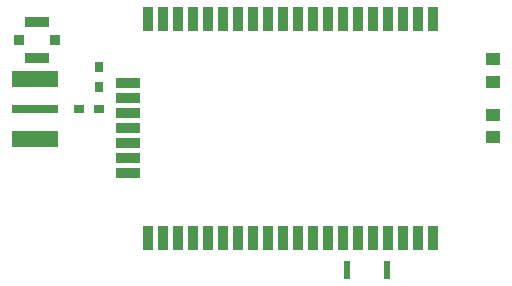
<source format=gbr>
G04 DipTrace 3.1.0.0*
G04 TopPaste.gbr*
%MOMM*%
G04 #@! TF.FileFunction,Paste,Top*
G04 #@! TF.Part,Single*
%ADD48R,2.05X0.9*%
%ADD50R,0.9X0.85*%
%ADD52R,2.074X0.81*%
%ADD54R,0.81X2.074*%
%ADD56R,0.6X1.5*%
%ADD58R,0.8X0.9*%
%ADD60R,0.9X0.8*%
%ADD70R,1.3X1.1*%
%ADD72R,3.86X0.65*%
%ADD74R,3.86X1.32*%
%FSLAX35Y35*%
G04*
G71*
G90*
G75*
G01*
G04 TopPaste*
%LPD*%
D74*
X1241334Y2245001D3*
D72*
X1242334Y2499001D3*
D74*
Y2752001D3*
D70*
X5115001Y2725001D3*
Y2915001D3*
Y2445001D3*
Y2255001D3*
D60*
X1780001Y2500001D3*
X1610001D3*
D58*
X1780001Y2680001D3*
Y2850001D3*
D56*
X4220001Y1130001D3*
X3880001D3*
D54*
X4608334Y3259334D3*
X4481334D3*
X4354334D3*
X4227334D3*
X4100334D3*
X3973334D3*
X3846334D3*
X3719334D3*
X3592334D3*
X3465334D3*
X3338334D3*
X3211334D3*
X3084334D3*
X2957334D3*
X2830334D3*
X2703334D3*
X2576334D3*
X2449334D3*
X2322334D3*
X2195334D3*
D52*
X2030834Y2713834D3*
Y2586834D3*
Y2459834D3*
Y2332834D3*
Y2205834D3*
Y2078834D3*
Y1951834D3*
D54*
X2195334Y1406334D3*
X2322334D3*
X2449334D3*
X2576334D3*
X2703334D3*
X2830334D3*
X2957334D3*
X3084334D3*
X3211334D3*
X3338334D3*
X3465334D3*
X3592334D3*
X3719334D3*
X3846334D3*
X3973334D3*
X4100334D3*
X4227334D3*
X4354334D3*
X4481334D3*
X4608334D3*
D50*
X1409001Y3081001D3*
X1109001D3*
D48*
X1259001Y3231001D3*
Y2931001D3*
M02*

</source>
